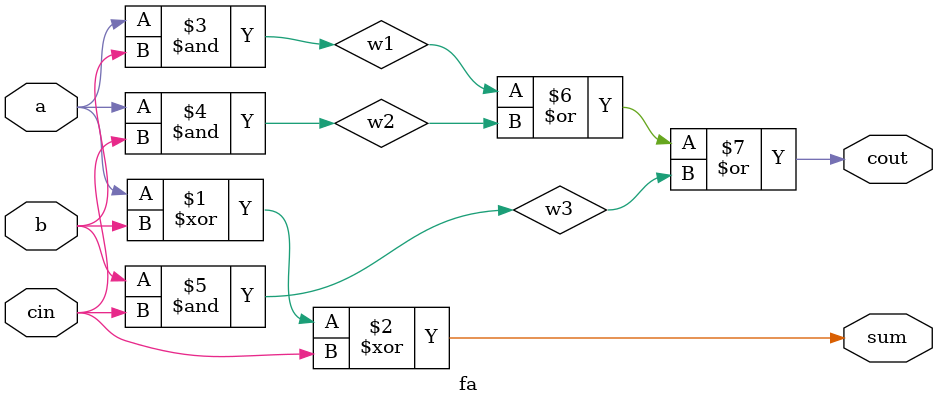
<source format=v>
`timescale 1ns/1ns
module fa(a,b,cin, sum,cout);
  input a,b,cin;
  output sum,cout;
  wire w1,w2,w3;
  //sum=a^b^cin ,  cout=a.b+b.cin+a.cin;
  xor(sum,a,b,cin);
  and(w1,a,b);
  and(w2,a,cin);
  and(w3,b,cin);
  or(cout,w1,w2,w3);


endmodule
</source>
